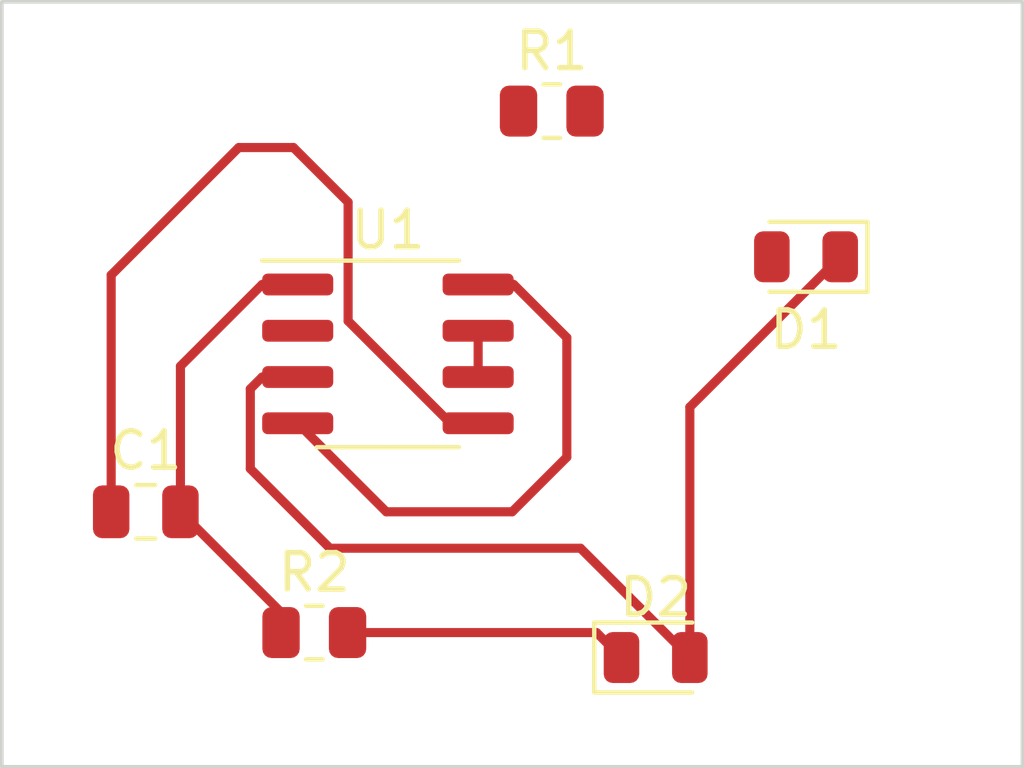
<source format=kicad_pcb>
(kicad_pcb (version 20240108) (generator "pcbnew") (generator_version "8.0")
  (layers (0 "F.Cu" signal) (31 "B.Cu" signal) (34 "B.Paste" user) (35 "F.Paste" user) (36 "B.SilkS" user "B.Silkscreen") (37 "F.SilkS" user "F.Silkscreen") (38 "B.Mask" user) (39 "F.Mask" user) (44 "Edge.Cuts" user))
  (net 0 "")
  (net 1 "Net-(U1-CV)")
  (net 2 "GND")
  (net 3 "Net-(D1-K)")
  (net 4 "Net-(D1-A)")
  (net 5 "Net-(D2-K)")
  (net 6 "VCC")
  (net 8 "Net-(U1-DIS)")
  (footprint "Capacitor_SMD:C_0805_2012Metric" (layer "F.Cu") (at 19.95 28)
    (property "Reference" "C1" (at 0 -1.68 0) (layer "F.SilkS"))
    (property "Value" "C")
    (fp_line (start -0.261252 -0.735) (end 0.261252 -0.735) (stroke (width 0.12)) (layer "F.SilkS"))
    (fp_line (start -0.261252 0.735) (end 0.261252 0.735) (stroke (width 0.12)) (layer "F.SilkS"))
    (pad "1" smd roundrect (at -0.95 0) (size 1 1.45) (layers "F.Cu" "F.Paste" "F.Mask") (net 1 "Net-(U1-CV)"))
    (pad "2" smd roundrect (at 0.95 0) (size 1 1.45) (layers "F.Cu" "F.Paste" "F.Mask") (net 2 "GND"))
  )
  (footprint "Resistor_SMD:R_0805_2012Metric" (layer "F.Cu") (at 31.0875 17)
    (property "Reference" "R1" (at 0 -1.65 0) (layer "F.SilkS"))
    (property "Value" "R")
    (fp_line (start -0.227064 -0.735) (end 0.227064 -0.735) (stroke (width 0.12)) (layer "F.SilkS"))
    (fp_line (start -0.227064 0.735) (end 0.227064 0.735) (stroke (width 0.12)) (layer "F.SilkS"))
    (pad "1" smd roundrect (at -0.9125 0) (size 1.025 1.4) (layers "F.Cu" "F.Paste" "F.Mask") (roundrect_rratio 0.243902) (net 4 "Net-(D1-A)"))
    (pad "2" smd roundrect (at 0.9125 0) (size 1.025 1.4) (layers "F.Cu" "F.Paste" "F.Mask") (roundrect_rratio 0.243902) (net 6 "VCC"))
  )
  (footprint "Package_SO:SOIC-8_3.9x4.9mm_P1.27mm" (layer "F.Cu") (at 26.5925 23.665)
    (property "Reference" "U1" (at 0 -3.4 0) (layer "F.SilkS"))
    (property "Value" "LM555xM")
    (fp_line (start 0 -2.56) (end -3.45 -2.56) (stroke (width 0.12)) (layer "F.SilkS"))
    (fp_line (start 0 -2.56) (end 1.95 -2.56) (stroke (width 0.12)) (layer "F.SilkS"))
    (fp_line (start 0 2.56) (end -1.95 2.56) (stroke (width 0.12)) (layer "F.SilkS"))
    (fp_line (start 0 2.56) (end 1.95 2.56) (stroke (width 0.12)) (layer "F.SilkS"))
    (pad "1" smd roundrect (at -2.475 -1.905) (size 1.95 0.6) (layers "F.Cu" "F.Paste" "F.Mask") (net 2 "GND"))
    (pad "2" smd roundrect (at -2.475 -0.635) (size 1.95 0.6) (layers "F.Cu" "F.Paste" "F.Mask"))
    (pad "3" smd roundrect (at -2.475 0.635) (size 1.95 0.6) (layers "F.Cu" "F.Paste" "F.Mask") (net 3 "Net-(D1-K)"))
    (pad "4" smd roundrect (at -2.475 1.905) (size 1.95 0.6) (layers "F.Cu" "F.Paste" "F.Mask") (net 6 "VCC"))
    (pad "5" smd roundrect (at 2.475 1.905) (size 1.95 0.6) (layers "F.Cu" "F.Paste" "F.Mask") (net 1 "Net-(U1-CV)"))
    (pad "6" smd roundrect (at 2.475 0.635) (size 1.95 0.6) (layers "F.Cu" "F.Paste" "F.Mask") (net 8 "Net-(U1-DIS)"))
    (pad "7" smd roundrect (at 2.475 -0.635) (size 1.95 0.6) (layers "F.Cu" "F.Paste" "F.Mask") (net 8 "Net-(U1-DIS)"))
    (pad "8" smd roundrect (at 2.475 -1.905) (size 1.95 0.6) (layers "F.Cu" "F.Paste" "F.Mask") (net 6 "VCC"))
  )
  (footprint "Resistor_SMD:R_0805_2012Metric" (layer "F.Cu") (at 24.5725 31.315)
    (property "Reference" "R2" (at 0 -1.65 0) (layer "F.SilkS"))
    (property "Value" "R")
    (fp_line (start -0.227064 -0.735) (end 0.227064 -0.735) (stroke (width 0.12)) (layer "F.SilkS"))
    (fp_line (start -0.227064 0.735) (end 0.227064 0.735) (stroke (width 0.12)) (layer "F.SilkS"))
    (pad "1" smd roundrect (at -0.9125 0) (size 1.025 1.4) (layers "F.Cu" "F.Paste" "F.Mask") (roundrect_rratio 0.243902) (net 2 "GND"))
    (pad "2" smd roundrect (at 0.9125 0) (size 1.025 1.4) (layers "F.Cu" "F.Paste" "F.Mask") (roundrect_rratio 0.243902) (net 5 "Net-(D2-K)"))
  )
  (footprint "LED_SMD:LED_0805_2012Metric" (layer "F.Cu") (at 33.9375 32)
    (property "Reference" "D2" (at 0 -1.65 0) (layer "F.SilkS"))
    (property "Value" "LED")
    (fp_line (start -1.685 -0.96) (end -1.685 0.96) (stroke (width 0.12)) (layer "F.SilkS"))
    (fp_line (start -1.685 0.96) (end 1 0.96) (stroke (width 0.12)) (layer "F.SilkS"))
    (fp_line (start 1 -0.96) (end -1.685 -0.96) (stroke (width 0.12)) (layer "F.SilkS"))
    (pad "1" smd roundrect (at -0.9375 0) (size 0.975 1.4) (layers "F.Cu" "F.Paste" "F.Mask") (net 5 "Net-(D2-K)"))
    (pad "2" smd roundrect (at 0.9375 0) (size 0.975 1.4) (layers "F.Cu" "F.Paste" "F.Mask") (net 3 "Net-(D1-K)"))
  )
  (footprint "LED_SMD:LED_0805_2012Metric" (layer "F.Cu") (at 38.0625 21 180)
    (property "Reference" "D1" (at 0 -2 0) (layer "F.SilkS"))
    (property "Value" "LED")
    (fp_line (start 1 -0.96) (end -1.685 -0.96) (stroke (width 0.12)) (layer "F.SilkS"))
    (fp_line (start -1.685 0.96) (end 1 0.96) (stroke (width 0.12)) (layer "F.SilkS"))
    (fp_line (start -1.685 -0.96) (end -1.685 0.96) (stroke (width 0.12)) (layer "F.SilkS"))
    (pad "1" smd roundrect (at -0.9375 0 180) (size 0.975 1.4) (layers "F.Cu" "F.Paste" "F.Mask") (net 3 "Net-(D1-K)"))
    (pad "2" smd roundrect (at 0.9375 0 180) (size 0.975 1.4) (layers "F.Cu" "F.Paste" "F.Mask") (net 4 "Net-(D1-A)"))
  )
  (gr_rect (start 16 14) (end 44 35) (stroke (width 0.1)) (fill none) (layer "Edge.Cuts"))
  (segment (start 29.0675 25.57) (end 28.308408 25.57) (width 0.25) (layer "F.Cu") (net 1))
  (segment (start 25.5 22.761592) (end 25.5 19.5) (width 0.25) (layer "F.Cu") (net 1))
  (segment (start 19 21.5) (end 19 28) (width 0.25) (layer "F.Cu") (net 1))
  (segment (start 28.308408 25.57) (end 25.5 22.761592) (width 0.25) (layer "F.Cu") (net 1))
  (segment (start 22.5 18) (end 19 21.5) (width 0.25) (layer "F.Cu") (net 1))
  (segment (start 24 18) (end 22.5 18) (width 0.25) (layer "F.Cu") (net 1))
  (segment (start 25.5 19.5) (end 24 18) (width 0.25) (layer "F.Cu") (net 1))
  (segment (start 20.9 28) (end 23.66 30.76) (width 0.25) (layer "F.Cu") (net 2))
  (segment (start 20.9 28) (end 20.9 24.002501) (width 0.25) (layer "F.Cu") (net 2))
  (segment (start 23.66 30.76) (end 23.66 31.315) (width 0.25) (layer "F.Cu") (net 2))
  (segment (start 23.142501 21.76) (end 24.1175 21.76) (width 0.25) (layer "F.Cu") (net 2))
  (segment (start 20.9 24.002501) (end 23.142501 21.76) (width 0.25) (layer "F.Cu") (net 2))
  (segment (start 25 29) (end 31.875 29) (width 0.25) (layer "F.Cu") (net 3))
  (segment (start 22.8175 26.8175) (end 25 29) (width 0.25) (layer "F.Cu") (net 3))
  (segment (start 34.875 32) (end 34.875 25.125) (width 0.25) (layer "F.Cu") (net 3))
  (segment (start 22.8175 24.625001) (end 22.8175 26.8175) (width 0.25) (layer "F.Cu") (net 3))
  (segment (start 23.142501 24.3) (end 22.8175 24.625001) (width 0.25) (layer "F.Cu") (net 3))
  (segment (start 31.875 29) (end 34.875 32) (width 0.25) (layer "F.Cu") (net 3))
  (segment (start 24.1175 24.3) (end 23.142501 24.3) (width 0.25) (layer "F.Cu") (net 3))
  (segment (start 34.875 25.125) (end 39 21) (width 0.25) (layer "F.Cu") (net 3))
  (segment (start 32.315 31.315) (end 33 32) (width 0.25) (layer "F.Cu") (net 5))
  (segment (start 25.485 31.315) (end 32.315 31.315) (width 0.25) (layer "F.Cu") (net 5))
  (segment (start 26.5475 28) (end 24.1175 25.57) (width 0.25) (layer "F.Cu") (net 6))
  (segment (start 31.5 23.217501) (end 31.5 26.5) (width 0.25) (layer "F.Cu") (net 6))
  (segment (start 30.042499 21.76) (end 31.5 23.217501) (width 0.25) (layer "F.Cu") (net 6))
  (segment (start 30 28) (end 26.5475 28) (width 0.25) (layer "F.Cu") (net 6))
  (segment (start 31.5 26.5) (end 30 28) (width 0.25) (layer "F.Cu") (net 6))
  (segment (start 29.0675 21.76) (end 30.042499 21.76) (width 0.25) (layer "F.Cu") (net 6))
  (segment (start 29.0675 23.03) (end 29.0675 24.3) (width 0.25) (layer "F.Cu") (net 8))
)
</source>
